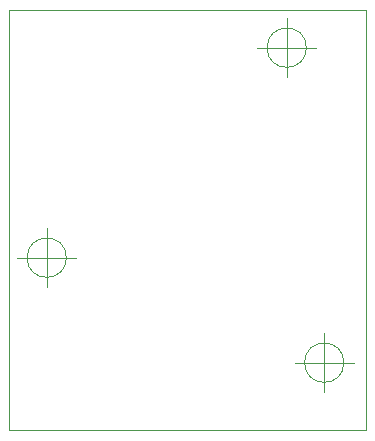
<source format=gbr>
G04 #@! TF.GenerationSoftware,KiCad,Pcbnew,(5.1.5)-3*
G04 #@! TF.CreationDate,2021-02-15T21:04:51-05:00*
G04 #@! TF.ProjectId,c128-sram,63313238-2d73-4726-916d-2e6b69636164,rev?*
G04 #@! TF.SameCoordinates,Original*
G04 #@! TF.FileFunction,Profile,NP*
%FSLAX46Y46*%
G04 Gerber Fmt 4.6, Leading zero omitted, Abs format (unit mm)*
G04 Created by KiCad (PCBNEW (5.1.5)-3) date 2021-02-15 21:04:51*
%MOMM*%
%LPD*%
G04 APERTURE LIST*
%ADD10C,0.050000*%
G04 APERTURE END LIST*
D10*
X88661666Y-110490000D02*
G75*
G03X88661666Y-110490000I-1666666J0D01*
G01*
X84495000Y-110490000D02*
X89495000Y-110490000D01*
X86995000Y-107990000D02*
X86995000Y-112990000D01*
X65166666Y-101600000D02*
G75*
G03X65166666Y-101600000I-1666666J0D01*
G01*
X61000000Y-101600000D02*
X66000000Y-101600000D01*
X63500000Y-99100000D02*
X63500000Y-104100000D01*
X85486666Y-83820000D02*
G75*
G03X85486666Y-83820000I-1666666J0D01*
G01*
X81320000Y-83820000D02*
X86320000Y-83820000D01*
X83820000Y-81320000D02*
X83820000Y-86320000D01*
X60325000Y-116205000D02*
X60325000Y-80645000D01*
X90551000Y-116205000D02*
X60325000Y-116205000D01*
X90551000Y-80645000D02*
X90551000Y-116205000D01*
X60325000Y-80645000D02*
X90551000Y-80645000D01*
M02*

</source>
